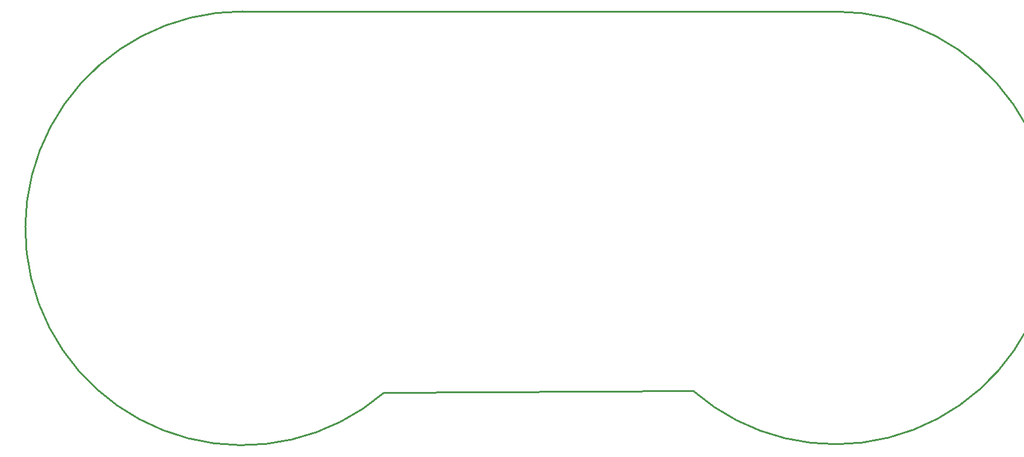
<source format=gko>
G04 Layer: BoardOutline*
G04 EasyEDA v6.3.22, 2020-04-19T15:25:33+02:00*
G04 9585e20cbaa244c19a7501b8b38ea314,91c4fea8558b4139a52e513319813ad2,10*
G04 Gerber Generator version 0.2*
G04 Scale: 100 percent, Rotated: No, Reflected: No *
G04 Dimensions in millimeters *
G04 leading zeros omitted , absolute positions ,3 integer and 3 decimal *
%FSLAX33Y33*%
%MOMM*%
G90*
G71D02*

%ADD10C,0.254000*%
G54D10*
G01X30482Y61000D02*
G01X114368Y60990D01*
G01X50376Y7365D02*
G01X93823Y7638D01*
G01X93873Y7639D01*
G75*
G01X30533Y61000D02*
G03X50376Y7366I-33J-30500D01*
G01*
G75*
G01X113812Y60980D02*
G02X93823Y7639I17J-30422D01*
G01*

%LPD*%
M00*
M02*

</source>
